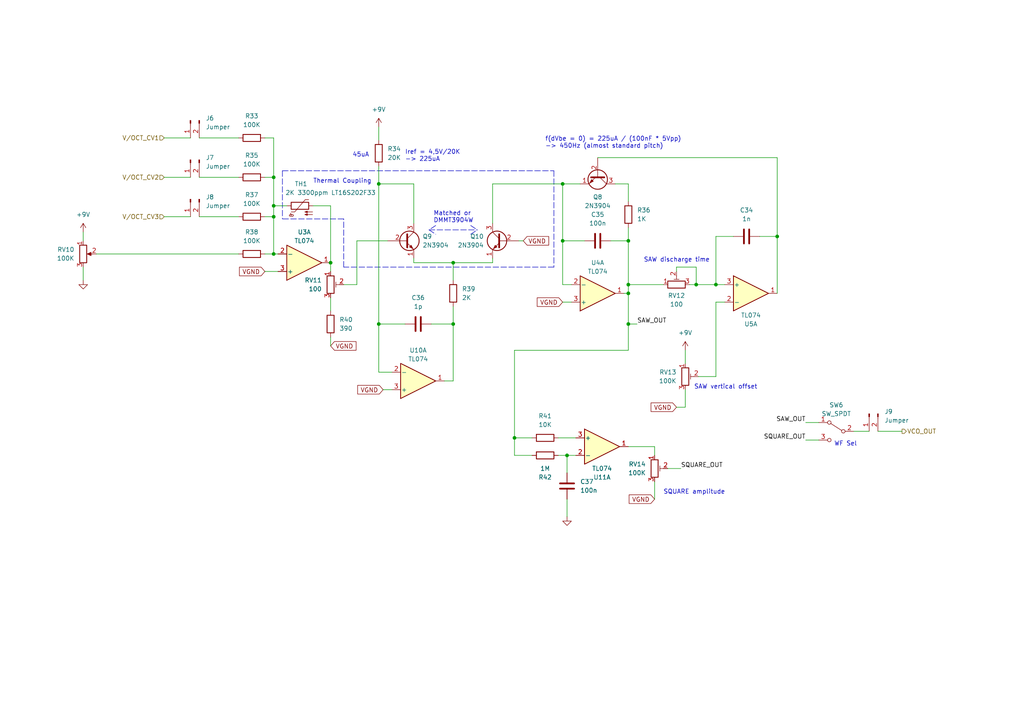
<source format=kicad_sch>
(kicad_sch (version 20211123) (generator eeschema)
  (paper "A4")
  (title_block (title "Liv Synth - VCO") (date "2022-07-18") (rev "${Version}") (company "SloBlo Labs"))
  (lib_symbols
    (symbol "Amplifier_Operational:TL074" (pin_names (offset 0.127))
      (property "Reference" "U" (at 0 5.08 0))
      (property "Value" "TL074" (at 0 -5.08 0))
      (symbol "TL074_1_1"
        (polyline (pts (xy -5.08 5.08) (xy 5.08 0) (xy -5.08 -5.08) (xy -5.08 5.08)) (stroke (width 0.254)) (fill (type background)))
        (pin output line (at 7.62 0 180) (length 2.54) (name "~") (number "1"))
        (pin input line (at -7.62 -2.54 0) (length 2.54) (name "-") (number "2"))
        (pin input line (at -7.62 2.54 0) (length 2.54) (name "+") (number "3"))
      )
      (symbol "TL074_2_1"
        (polyline (pts (xy -5.08 5.08) (xy 5.08 0) (xy -5.08 -5.08) (xy -5.08 5.08)) (stroke (width 0.254)) (fill (type background)))
        (pin input line (at -7.62 2.54 0) (length 2.54) (name "+") (number "5"))
        (pin input line (at -7.62 -2.54 0) (length 2.54) (name "-") (number "6"))
        (pin output line (at 7.62 0 180) (length 2.54) (name "~") (number "7"))
      )
      (symbol "TL074_3_1"
        (polyline (pts (xy -5.08 5.08) (xy 5.08 0) (xy -5.08 -5.08) (xy -5.08 5.08)) (stroke (width 0.254)) (fill (type background)))
        (pin input line (at -7.62 2.54 0) (length 2.54) (name "+") (number "10"))
        (pin output line (at 7.62 0 180) (length 2.54) (name "~") (number "8"))
        (pin input line (at -7.62 -2.54 0) (length 2.54) (name "-") (number "9"))
      )
      (symbol "TL074_4_1"
        (polyline (pts (xy -5.08 5.08) (xy 5.08 0) (xy -5.08 -5.08) (xy -5.08 5.08)) (stroke (width 0.254)) (fill (type background)))
        (pin input line (at -7.62 2.54 0) (length 2.54) (name "+") (number "12"))
        (pin input line (at -7.62 -2.54 0) (length 2.54) (name "-") (number "13"))
        (pin output line (at 7.62 0 180) (length 2.54) (name "~") (number "14"))
      )
      (symbol "TL074_5_1"
        (pin power_in line (at -2.54 -7.62 90) (length 3.81) (name "V-") (number "11"))
        (pin power_in line (at -2.54 7.62 270) (length 3.81) (name "V+") (number "4"))
      )
    )
    (symbol "Connector:Conn_01x02_Male" (pin_names (offset 1.016) hide)
      (property "Reference" "J" (at 0 2.54 0))
      (property "Value" "Conn_01x02_Male" (at 0 -5.08 0))
      (symbol "Conn_01x02_Male_1_1"
        (polyline (pts (xy 1.27 -2.54) (xy 0.8636 -2.54)) (stroke (width 0.1524)))
        (polyline (pts (xy 1.27 0) (xy 0.8636 0)) (stroke (width 0.1524)))
        (rectangle (start 0.8636 -2.413) (end 0 -2.667) (stroke (width 0.1524)) (fill (type outline)))
        (rectangle (start 0.8636 0.127) (end 0 -0.127) (stroke (width 0.1524)) (fill (type outline)))
        (pin passive line (at 5.08 0 180) (length 3.81) (name "Pin_1") (number "1"))
        (pin passive line (at 5.08 -2.54 180) (length 3.81) (name "Pin_2") (number "2"))
      )
    )
    (symbol "Device:C" (pin_numbers hide) (pin_names (offset 0.254))
      (property "Reference" "C" (at 0.635 2.54 0))
      (property "Value" "C" (at 0.635 -2.54 0))
      (symbol "C_0_1"
        (polyline (pts (xy -2.032 -0.762) (xy 2.032 -0.762)) (stroke (width 0.508)))
        (polyline (pts (xy -2.032 0.762) (xy 2.032 0.762)) (stroke (width 0.508)))
      )
      (symbol "C_1_1"
        (pin passive line (at 0 3.81 270) (length 2.794) (name "~") (number "1"))
        (pin passive line (at 0 -3.81 90) (length 2.794) (name "~") (number "2"))
      )
    )
    (symbol "Device:R" (pin_numbers hide) (pin_names (offset 0))
      (property "Reference" "R" (at 2.032 0 90))
      (property "Value" "R" (at 0 0 90))
      (symbol "R_0_1"
        (rectangle (start -1.016 -2.54) (end 1.016 2.54) (stroke (width 0.254)))
      )
      (symbol "R_1_1"
        (pin passive line (at 0 3.81 270) (length 1.27) (name "~") (number "1"))
        (pin passive line (at 0 -3.81 90) (length 1.27) (name "~") (number "2"))
      )
    )
    (symbol "Device:R_Potentiometer" (pin_names (offset 1.016) hide)
      (property "Reference" "RV" (at -4.445 0 90))
      (property "Value" "R_Potentiometer" (at -2.54 0 90))
      (symbol "R_Potentiometer_0_1"
        (polyline (pts (xy 2.54 0) (xy 1.524 0)))
        (polyline (pts (xy 1.143 0) (xy 2.286 0.508) (xy 2.286 -0.508) (xy 1.143 0)) (fill (type outline)))
        (rectangle (start 1.016 2.54) (end -1.016 -2.54) (stroke (width 0.254)))
      )
      (symbol "R_Potentiometer_1_1"
        (pin passive line (at 0 3.81 270) (length 1.27) (name "1") (number "1"))
        (pin passive line (at 3.81 0 180) (length 1.27) (name "2") (number "2"))
        (pin passive line (at 0 -3.81 90) (length 1.27) (name "3") (number "3"))
      )
    )
    (symbol "Device:R_Potentiometer_Trim" (pin_names (offset 1.016) hide)
      (property "Reference" "RV" (at -4.445 0 90))
      (property "Value" "R_Potentiometer_Trim" (at -2.54 0 90))
      (symbol "R_Potentiometer_Trim_0_1"
        (polyline (pts (xy 1.524 0.762) (xy 1.524 -0.762)))
        (polyline (pts (xy 2.54 0) (xy 1.524 0)))
        (rectangle (start 1.016 2.54) (end -1.016 -2.54) (stroke (width 0.254)))
      )
      (symbol "R_Potentiometer_Trim_1_1"
        (pin passive line (at 0 3.81 270) (length 1.27) (name "1") (number "1"))
        (pin passive line (at 3.81 0 180) (length 1.27) (name "2") (number "2"))
        (pin passive line (at 0 -3.81 90) (length 1.27) (name "3") (number "3"))
      )
    )
    (symbol "Device:Thermistor_PTC" (pin_numbers hide) (pin_names (offset 0))
      (property "Reference" "TH" (at -4.064 0 90))
      (property "Value" "Thermistor_PTC" (at 3.048 0 90))
      (symbol "Thermistor_PTC_0_1"
        (arc (start -3.048 2.159) (mid -3.0495 2.3143) (end -3.175 2.413))
        (arc (start -3.048 2.159) (mid -2.9736 1.9794) (end -2.794 1.905))
        (arc (start -3.048 2.794) (mid -2.9736 2.6144) (end -2.794 2.54))
        (arc (start -2.794 1.905) (mid -2.6144 1.9794) (end -2.54 2.159))
        (arc (start -2.794 2.54) (mid -2.4393 2.5587) (end -2.159 2.794))
        (arc (start -2.794 3.048) (mid -2.9736 2.9736) (end -3.048 2.794))
        (arc (start -2.54 2.794) (mid -2.6144 2.9736) (end -2.794 3.048))
        (rectangle (start -1.016 2.54) (end 1.016 -2.54) (stroke (width 0.254)))
        (polyline (pts (xy -2.54 2.159) (xy -2.54 2.794)))
        (polyline (pts (xy -1.778 2.54) (xy -1.778 1.524) (xy 1.778 -1.524) (xy 1.778 -2.54)))
        (polyline (pts (xy -2.54 -3.683) (xy -2.54 -1.397) (xy -2.794 -2.159) (xy -2.286 -2.159) (xy -2.54 -1.397) (xy -2.54 -1.651)) (fill (type outline)))
        (polyline (pts (xy -1.778 -3.683) (xy -1.778 -1.397) (xy -2.032 -2.159) (xy -1.524 -2.159) (xy -1.778 -1.397) (xy -1.778 -1.651)) (fill (type outline)))
      )
      (symbol "Thermistor_PTC_1_1"
        (pin passive line (at 0 3.81 270) (length 1.27) (name "~") (number "1"))
        (pin passive line (at 0 -3.81 90) (length 1.27) (name "~") (number "2"))
      )
    )
    (symbol "Switch:SW_SPDT" (pin_names (offset 0) hide)
      (property "Reference" "SW" (at 0 4.318 0))
      (property "Value" "SW_SPDT" (at 0 -5.08 0))
      (symbol "SW_SPDT_0_0"
        (circle (center -2.032 0) (radius 0.508))
        (circle (center 2.032 -2.54) (radius 0.508))
      )
      (symbol "SW_SPDT_0_1"
        (polyline (pts (xy -1.524 0.254) (xy 1.651 2.286)))
        (circle (center 2.032 2.54) (radius 0.508))
      )
      (symbol "SW_SPDT_1_1"
        (pin passive line (at 5.08 2.54 180) (length 2.54) (name "A") (number "1"))
        (pin passive line (at -5.08 0 0) (length 2.54) (name "B") (number "2"))
        (pin passive line (at 5.08 -2.54 180) (length 2.54) (name "C") (number "3"))
      )
    )
    (symbol "Transistor_BJT:2N3904" (pin_names (offset 0) hide)
      (property "Reference" "Q" (at 5.08 1.905 0))
      (property "Value" "2N3904" (at 5.08 0 0))
      (symbol "2N3904_0_1"
        (polyline (pts (xy 0.635 0.635) (xy 2.54 2.54)))
        (polyline (pts (xy 0.635 -0.635) (xy 2.54 -2.54) (xy 2.54 -2.54)))
        (polyline (pts (xy 0.635 1.905) (xy 0.635 -1.905) (xy 0.635 -1.905)) (stroke (width 0.508)))
        (polyline (pts (xy 1.27 -1.778) (xy 1.778 -1.27) (xy 2.286 -2.286) (xy 1.27 -1.778) (xy 1.27 -1.778)) (fill (type outline)))
        (circle (center 1.27 0) (radius 2.8194) (stroke (width 0.254)))
      )
      (symbol "2N3904_1_1"
        (pin passive line (at 2.54 -5.08 90) (length 2.54) (name "E") (number "1"))
        (pin passive line (at -5.08 0 0) (length 5.715) (name "B") (number "2"))
        (pin passive line (at 2.54 5.08 270) (length 2.54) (name "C") (number "3"))
      )
    )
    (symbol "power:+9V" (power) (pin_names (offset 0))
      (property "Value" "+9V" (at 0 3.556 0))
      (symbol "+9V_0_1"
        (polyline (pts (xy -0.762 1.27) (xy 0 2.54)))
        (polyline (pts (xy 0 0) (xy 0 2.54)))
        (polyline (pts (xy 0 2.54) (xy 0.762 1.27)))
      )
      (symbol "+9V_1_1"
        (pin power_in line (at 0 0 90) (length 0) hide (name "+9V") (number "1"))
      )
    )
    (symbol "power:GND" (power) (pin_names (offset 0))
      (property "Value" "GND" (at 0 -3.81 0))
      (symbol "GND_0_1"
        (polyline (pts (xy 0 0) (xy 0 -1.27) (xy 1.27 -1.27) (xy 0 -2.54) (xy -1.27 -1.27) (xy 0 -1.27)))
      )
      (symbol "GND_1_1"
        (pin power_in line (at 0 0 270) (length 0) hide (name "GND") (number "1"))
      )
    )
  )
  (junction (at 79.375 59.69))
  (junction (at 201.93 82.55))
  (junction (at 164.465 132.08))
  (junction (at 207.645 82.55))
  (junction (at 79.375 73.66))
  (junction (at 95.885 76.2))
  (junction (at 109.855 93.98))
  (junction (at 149.225 127))
  (junction (at 131.445 93.98))
  (junction (at 163.195 69.85))
  (junction (at 225.425 68.58))
  (junction (at 182.245 69.85))
  (junction (at 79.375 51.435))
  (junction (at 182.245 82.55))
  (junction (at 182.245 85.09))
  (junction (at 163.195 53.34))
  (junction (at 182.245 93.98))
  (junction (at 109.855 53.34))
  (junction (at 79.375 62.865))
  (junction (at 131.445 76.2))
  (wire (pts (xy 177.165 69.85) (xy 182.245 69.85)))
  (wire (pts (xy 79.375 73.66) (xy 80.645 73.66)))
  (polyline (pts (xy 81.915 49.53) (xy 160.655 49.53)))
  (wire (pts (xy 149.225 127) (xy 149.225 132.08)))
  (wire (pts (xy 109.855 36.83) (xy 109.855 40.64)))
  (wire (pts (xy 207.645 109.22) (xy 202.565 109.22)))
  (wire (pts (xy 178.435 53.34) (xy 182.245 53.34)))
  (wire (pts (xy 201.93 77.47) (xy 201.93 82.55)))
  (wire (pts (xy 196.215 118.11) (xy 198.755 118.11)))
  (wire (pts (xy 164.465 132.08) (xy 167.005 132.08)))
  (wire (pts (xy 163.195 82.55) (xy 165.735 82.55)))
  (wire (pts (xy 182.245 66.04) (xy 182.245 69.85)))
  (wire (pts (xy 149.225 101.6) (xy 182.245 101.6)))
  (wire (pts (xy 109.855 93.98) (xy 117.475 93.98)))
  (wire (pts (xy 207.645 68.58) (xy 207.645 82.55)))
  (wire (pts (xy 131.445 110.49) (xy 131.445 93.98)))
  (wire (pts (xy 163.195 82.55) (xy 163.195 69.85)))
  (wire (pts (xy 154.305 132.08) (xy 149.225 132.08)))
  (wire (pts (xy 95.885 97.79) (xy 95.885 100.33)))
  (wire (pts (xy 233.68 122.555) (xy 237.49 122.555)))
  (wire (pts (xy 193.675 135.89) (xy 197.485 135.89)))
  (wire (pts (xy 212.725 68.58) (xy 207.645 68.58)))
  (wire (pts (xy 76.835 73.66) (xy 79.375 73.66)))
  (wire (pts (xy 142.875 53.34) (xy 163.195 53.34)))
  (wire (pts (xy 109.855 48.26) (xy 109.855 53.34)))
  (wire (pts (xy 220.345 68.58) (xy 225.425 68.58)))
  (wire (pts (xy 57.785 51.435) (xy 69.215 51.435)))
  (wire (pts (xy 128.905 110.49) (xy 131.445 110.49)))
  (wire (pts (xy 120.015 53.34) (xy 120.015 64.77)))
  (wire (pts (xy 161.925 132.08) (xy 164.465 132.08)))
  (wire (pts (xy 198.755 118.11) (xy 198.755 113.03)))
  (wire (pts (xy 182.245 93.98) (xy 184.785 93.98)))
  (polyline (pts (xy 136.525 65.405) (xy 138.43 66.675)))
  (wire (pts (xy 103.505 69.85) (xy 103.505 82.55)))
  (wire (pts (xy 149.225 101.6) (xy 149.225 127)))
  (wire (pts (xy 173.355 45.72) (xy 225.425 45.72)))
  (wire (pts (xy 95.885 86.36) (xy 95.885 90.17)))
  (wire (pts (xy 47.625 40.005) (xy 55.245 40.005)))
  (wire (pts (xy 109.855 53.34) (xy 120.015 53.34)))
  (polyline (pts (xy 126.365 65.405) (xy 124.46 66.675)))
  (wire (pts (xy 207.645 87.63) (xy 207.645 109.22)))
  (wire (pts (xy 225.425 68.58) (xy 225.425 45.72)))
  (wire (pts (xy 164.465 144.78) (xy 164.465 149.86)))
  (wire (pts (xy 109.855 53.34) (xy 109.855 93.98)))
  (wire (pts (xy 120.015 76.2) (xy 131.445 76.2)))
  (wire (pts (xy 182.245 53.34) (xy 182.245 58.42)))
  (wire (pts (xy 210.185 87.63) (xy 207.645 87.63)))
  (wire (pts (xy 163.195 69.85) (xy 163.195 53.34)))
  (wire (pts (xy 182.245 85.09) (xy 180.975 85.09)))
  (wire (pts (xy 196.215 77.47) (xy 201.93 77.47)))
  (wire (pts (xy 109.855 93.98) (xy 109.855 107.95)))
  (wire (pts (xy 247.65 125.095) (xy 252.095 125.095)))
  (polyline (pts (xy 160.655 77.47) (xy 99.695 77.47)))
  (wire (pts (xy 76.835 51.435) (xy 79.375 51.435)))
  (wire (pts (xy 163.195 87.63) (xy 165.735 87.63)))
  (wire (pts (xy 47.625 62.865) (xy 55.245 62.865)))
  (wire (pts (xy 111.125 113.03) (xy 113.665 113.03)))
  (wire (pts (xy 79.375 51.435) (xy 79.375 59.69)))
  (wire (pts (xy 79.375 62.865) (xy 79.375 59.69)))
  (wire (pts (xy 182.245 69.85) (xy 182.245 82.55)))
  (polyline (pts (xy 160.655 49.53) (xy 160.655 77.47)))
  (wire (pts (xy 79.375 40.005) (xy 79.375 51.435)))
  (wire (pts (xy 182.245 129.54) (xy 189.865 129.54)))
  (wire (pts (xy 201.93 82.55) (xy 207.645 82.55)))
  (wire (pts (xy 207.645 82.55) (xy 210.185 82.55)))
  (polyline (pts (xy 99.695 77.47) (xy 99.695 63.5)))
  (polyline (pts (xy 124.46 66.675) (xy 126.365 67.945)))
  (wire (pts (xy 254.635 125.095) (xy 261.62 125.095)))
  (polyline (pts (xy 81.915 49.53) (xy 81.915 63.5)))
  (wire (pts (xy 150.495 69.85) (xy 151.765 69.85)))
  (wire (pts (xy 131.445 76.2) (xy 142.875 76.2)))
  (wire (pts (xy 120.015 74.93) (xy 120.015 76.2)))
  (wire (pts (xy 189.865 144.78) (xy 189.865 139.7)))
  (wire (pts (xy 57.785 62.865) (xy 69.215 62.865)))
  (wire (pts (xy 90.805 59.69) (xy 95.885 59.69)))
  (wire (pts (xy 196.215 78.74) (xy 196.215 77.47)))
  (wire (pts (xy 103.505 69.85) (xy 112.395 69.85)))
  (wire (pts (xy 182.245 82.55) (xy 182.245 85.09)))
  (wire (pts (xy 233.68 127.635) (xy 237.49 127.635)))
  (wire (pts (xy 24.13 69.85) (xy 24.13 67.31)))
  (wire (pts (xy 142.875 64.77) (xy 142.875 53.34)))
  (wire (pts (xy 163.195 69.85) (xy 169.545 69.85)))
  (wire (pts (xy 47.625 51.435) (xy 55.245 51.435)))
  (wire (pts (xy 95.885 76.2) (xy 95.885 78.74)))
  (wire (pts (xy 182.245 85.09) (xy 182.245 93.98)))
  (polyline (pts (xy 124.46 66.675) (xy 138.43 66.675)))
  (wire (pts (xy 27.94 73.66) (xy 69.215 73.66)))
  (wire (pts (xy 131.445 93.98) (xy 131.445 88.9)))
  (wire (pts (xy 154.305 127) (xy 149.225 127)))
  (wire (pts (xy 95.885 59.69) (xy 95.885 76.2)))
  (wire (pts (xy 125.095 93.98) (xy 131.445 93.98)))
  (wire (pts (xy 131.445 76.2) (xy 131.445 81.28)))
  (wire (pts (xy 57.785 40.005) (xy 69.215 40.005)))
  (polyline (pts (xy 136.525 67.945) (xy 138.43 66.675)))
  (wire (pts (xy 182.245 101.6) (xy 182.245 93.98)))
  (polyline (pts (xy 99.695 63.5) (xy 81.915 63.5)))
  (wire (pts (xy 99.695 82.55) (xy 103.505 82.55)))
  (wire (pts (xy 109.855 107.95) (xy 113.665 107.95)))
  (wire (pts (xy 76.835 62.865) (xy 79.375 62.865)))
  (wire (pts (xy 142.875 76.2) (xy 142.875 74.93)))
  (wire (pts (xy 198.755 101.6) (xy 198.755 105.41)))
  (wire (pts (xy 76.835 40.005) (xy 79.375 40.005)))
  (wire (pts (xy 189.865 129.54) (xy 189.865 132.08)))
  (wire (pts (xy 24.13 77.47) (xy 24.13 81.28)))
  (wire (pts (xy 161.925 127) (xy 167.005 127)))
  (wire (pts (xy 163.195 53.34) (xy 168.275 53.34)))
  (wire (pts (xy 164.465 132.08) (xy 164.465 137.16)))
  (wire (pts (xy 79.375 73.66) (xy 79.375 62.865)))
  (wire (pts (xy 76.835 78.74) (xy 80.645 78.74)))
  (wire (pts (xy 182.245 82.55) (xy 192.405 82.55)))
  (wire (pts (xy 200.025 82.55) (xy 201.93 82.55)))
  (wire (pts (xy 225.425 85.09) (xy 225.425 68.58)))
  (wire (pts (xy 79.375 59.69) (xy 83.185 59.69)))
  (text "f(dVbe = 0) = 225uA / (100nF * 5Vpp)\n-> 450Hz (almost standard pitch)" (at 158.115 43.18 0) (effects (font (size 1.27 1.27)) (justify left bottom)))
  (text "WF Sel" (at 241.935 129.54 0) (effects (font (size 1.27 1.27)) (justify left bottom)))
  (text "45uA" (at 102.235 45.72 0) (effects (font (size 1.27 1.27)) (justify left bottom)))
  (text "SAW discharge time" (at 186.69 76.2 0) (effects (font (size 1.27 1.27)) (justify left bottom)))
  (text "Iref = 4,5V/20K\n-> 225uA" (at 117.475 46.99 0) (effects (font (size 1.27 1.27)) (justify left bottom)))
  (text "Matched or\nDMMT3904W" (at 125.73 64.77 0) (effects (font (size 1.27 1.27)) (justify left bottom)))
  (text "SQUARE amplitude" (at 192.405 143.51 0) (effects (font (size 1.27 1.27)) (justify left bottom)))
  (text "Thermal Coupling" (at 90.805 53.34 0) (effects (font (size 1.27 1.27)) (justify left bottom)))
  (text "SAW vertical offset" (at 201.295 113.03 0) (effects (font (size 1.27 1.27)) (justify left bottom)))
  (label "SQUARE_OUT" (at 197.485 135.89 0))
  (label "SAW_OUT" (at 233.68 122.555 180))
  (label "SAW_OUT" (at 184.785 93.98 0))
  (label "SQUARE_OUT" (at 233.68 127.635 180))
  (global_label "VGND" (shape input) (at 151.765 69.85 0) (property "Intersheet References" "${INTERSHEET_REFS}" (effects hide)))
  (global_label "VGND" (shape input) (at 196.215 118.11 180) (property "Intersheet References" "${INTERSHEET_REFS}" (effects hide)))
  (global_label "VGND" (shape input) (at 163.195 87.63 180) (property "Intersheet References" "${INTERSHEET_REFS}" (effects hide)))
  (global_label "VGND" (shape input) (at 111.125 113.03 180) (property "Intersheet References" "${INTERSHEET_REFS}" (effects hide)))
  (global_label "VGND" (shape input) (at 95.885 100.33 0) (property "Intersheet References" "${INTERSHEET_REFS}" (effects hide)))
  (global_label "VGND" (shape input) (at 189.865 144.78 180) (property "Intersheet References" "${INTERSHEET_REFS}" (effects hide)))
  (global_label "VGND" (shape input) (at 76.835 78.74 180) (property "Intersheet References" "${INTERSHEET_REFS}" (effects hide)))
  (hierarchical_label "VCO_OUT" (shape output) (at 261.62 125.095 0))
  (hierarchical_label "V{slash}OCT_CV1" (shape input) (at 47.625 40.005 180))
  (hierarchical_label "V{slash}OCT_CV2" (shape input) (at 47.625 51.435 180))
  (hierarchical_label "V{slash}OCT_CV3" (shape input) (at 47.625 62.865 180))
  (symbol (lib_id "Device:R") (at 73.025 62.865 90) (unit 1)
    (property "Reference" "R37" (at 73.025 56.515 90))
    (property "Value" "100K" (at 73.025 59.055 90))
    (property "Footprint" "Resistor_THT:R_Axial_DIN0207_L6.3mm_D2.5mm_P7.62mm_Horizontal" (effects hide))
  )
  (symbol (lib_id "Connector:Conn_01x02_Male") (at 55.245 46.355 90) (mirror x) (unit 1)
    (property "Reference" "J7" (at 59.69 45.7199 90) (effects (justify right)))
    (property "Value" "Jumper" (at 59.69 48.2599 90) (effects (justify right)))
    (property "Footprint" "Connector_PinHeader_2.54mm:PinHeader_1x02_P2.54mm_Vertical" (effects hide))
  )
  (symbol (lib_id "Device:R") (at 182.245 62.23 0) (unit 1)
    (property "Reference" "R36" (at 184.785 60.9599 0) (effects (justify left)))
    (property "Value" "1K" (at 184.785 63.4999 0) (effects (justify left)))
    (property "Footprint" "Resistor_THT:R_Axial_DIN0207_L6.3mm_D2.5mm_P7.62mm_Horizontal" (effects hide))
  )
  (symbol (lib_id "power:+9V") (at 109.855 36.83 0) (unit 1)
    (property "Reference" "#PWR046" (effects hide))
    (property "Value" "+9V" (at 109.855 31.75 0))
  )
  (symbol (lib_id "Amplifier_Operational:TL074") (at 88.265 76.2 0) (mirror x) (unit 1)
    (property "Reference" "U3" (at 88.265 67.31 0))
    (property "Value" "TL074" (at 88.265 69.85 0))
    (property "Datasheet" "http://www.ti.com/lit/ds/symlink/tl071.pdf" (effects hide))
  )
  (symbol (lib_id "Device:R") (at 158.115 132.08 90) (mirror x) (unit 1)
    (property "Reference" "R42" (at 158.115 138.43 90))
    (property "Value" "1M" (at 158.115 135.89 90))
    (property "Footprint" "Resistor_THT:R_Axial_DIN0207_L6.3mm_D2.5mm_P7.62mm_Horizontal" (effects hide))
  )
  (symbol (lib_id "Device:R") (at 131.445 85.09 0) (unit 1)
    (property "Reference" "R39" (at 133.985 83.8199 0) (effects (justify left)))
    (property "Value" "2K" (at 133.985 86.3599 0) (effects (justify left)))
    (property "Footprint" "Resistor_THT:R_Axial_DIN0207_L6.3mm_D2.5mm_P7.62mm_Horizontal" (effects hide))
  )
  (symbol (lib_id "Device:C") (at 121.285 93.98 90) (unit 1)
    (property "Reference" "C36" (at 121.285 86.36 90))
    (property "Value" "1p" (at 121.285 88.9 90))
    (property "Footprint" "Capacitor_THT:C_Disc_D3.0mm_W1.6mm_P2.50mm" (effects hide))
  )
  (symbol (lib_id "Device:C") (at 164.465 140.97 180) (unit 1)
    (property "Reference" "C37" (at 168.275 139.6999 0) (effects (justify right)))
    (property "Value" "100n" (at 168.275 142.2399 0) (effects (justify right)))
    (property "Footprint" "Capacitor_THT:C_Disc_D3.0mm_W1.6mm_P2.50mm" (effects hide))
  )
  (symbol (lib_id "power:+9V") (at 24.13 67.31 0) (unit 1)
    (property "Reference" "#PWR047" (effects hide))
    (property "Value" "+9V" (at 24.13 62.23 0))
  )
  (symbol (lib_id "power:GND") (at 24.13 81.28 0) (unit 1)
    (property "Reference" "#PWR048" (effects hide))
    (property "Value" "GND" (effects hide))
  )
  (symbol (lib_id "Amplifier_Operational:TL074") (at 174.625 129.54 0) (unit 1)
    (property "Reference" "U11" (at 174.625 138.43 0))
    (property "Value" "TL074" (at 174.625 135.89 0))
    (property "Datasheet" "http://www.ti.com/lit/ds/symlink/tl071.pdf" (effects hide))
  )
  (symbol (lib_id "Device:R") (at 73.025 51.435 90) (unit 1)
    (property "Reference" "R35" (at 73.025 45.085 90))
    (property "Value" "100K" (at 73.025 47.625 90))
    (property "Footprint" "Resistor_THT:R_Axial_DIN0207_L6.3mm_D2.5mm_P7.62mm_Horizontal" (effects hide))
  )
  (symbol (lib_id "Device:R_Potentiometer_Trim") (at 198.755 109.22 0) (unit 1)
    (property "Reference" "RV13" (at 196.215 107.9499 0) (effects (justify right)))
    (property "Value" "100K" (at 196.215 110.4899 0) (effects (justify right)))
  )
  (symbol (lib_id "power:GND") (at 164.465 149.86 0) (unit 1)
    (property "Reference" "#PWR050" (effects hide))
    (property "Value" "GND" (effects hide))
  )
  (symbol (lib_id "Device:R_Potentiometer") (at 24.13 73.66 0) (unit 1)
    (property "Reference" "RV10" (at 21.59 72.3899 0) (effects (justify right)))
    (property "Value" "100K" (at 21.59 74.9299 0) (effects (justify right)))
  )
  (symbol (lib_id "Transistor_BJT:2N3904") (at 145.415 69.85 0) (mirror y) (unit 1)
    (property "Reference" "Q10" (at 140.335 68.5799 0) (effects (justify left)))
    (property "Value" "2N3904" (at 140.335 71.1199 0) (effects (justify left)))
    (property "Footprint" "Package_TO_SOT_THT:TO-92_Inline" (effects hide))
    (property "Datasheet" "https://www.onsemi.com/pub/Collateral/2N3903-D.PDF" (effects hide))
  )
  (symbol (lib_id "Device:R_Potentiometer_Trim") (at 95.885 82.55 0) (unit 1)
    (property "Reference" "RV11" (at 93.345 81.2799 0) (effects (justify right)))
    (property "Value" "100" (at 93.345 83.8199 0) (effects (justify right)))
  )
  (symbol (lib_id "Device:R") (at 73.025 73.66 90) (unit 1)
    (property "Reference" "R38" (at 73.025 67.31 90))
    (property "Value" "100K" (at 73.025 69.85 90))
    (property "Footprint" "Resistor_THT:R_Axial_DIN0207_L6.3mm_D2.5mm_P7.62mm_Horizontal" (effects hide))
  )
  (symbol (lib_id "Device:C") (at 173.355 69.85 90) (unit 1)
    (property "Reference" "C35" (at 173.355 62.23 90))
    (property "Value" "100n" (at 173.355 64.77 90))
    (property "Footprint" "Capacitor_THT:C_Disc_D3.0mm_W1.6mm_P2.50mm" (effects hide))
  )
  (symbol (lib_id "Transistor_BJT:2N3904") (at 173.355 50.8 270) (unit 1)
    (property "Reference" "Q8" (at 173.355 57.15 90))
    (property "Value" "2N3904" (at 173.355 59.69 90))
    (property "Footprint" "Package_TO_SOT_THT:TO-92_Inline" (effects hide))
    (property "Datasheet" "https://www.onsemi.com/pub/Collateral/2N3903-D.PDF" (effects hide))
  )
  (symbol (lib_id "Connector:Conn_01x02_Male") (at 55.245 57.785 90) (mirror x) (unit 1)
    (property "Reference" "J8" (at 59.69 57.1499 90) (effects (justify right)))
    (property "Value" "Jumper" (at 59.69 59.6899 90) (effects (justify right)))
    (property "Footprint" "Connector_PinHeader_2.54mm:PinHeader_1x02_P2.54mm_Vertical" (effects hide))
  )
  (symbol (lib_id "Amplifier_Operational:TL074") (at 121.285 110.49 0) (mirror x) (unit 1)
    (property "Reference" "U10" (at 121.285 101.6 0))
    (property "Value" "TL074" (at 121.285 104.14 0))
    (property "Datasheet" "http://www.ti.com/lit/ds/symlink/tl071.pdf" (effects hide))
  )
  (symbol (lib_id "Device:R_Potentiometer_Trim") (at 196.215 82.55 90) (unit 1)
    (property "Reference" "RV12" (at 196.215 85.725 90))
    (property "Value" "100" (at 196.215 88.265 90))
  )
  (symbol (lib_id "power:+9V") (at 198.755 101.6 0) (unit 1)
    (property "Reference" "#PWR049" (effects hide))
    (property "Value" "+9V" (at 198.755 96.52 0))
  )
  (symbol (lib_id "Device:C") (at 216.535 68.58 90) (unit 1)
    (property "Reference" "C34" (at 216.535 60.96 90))
    (property "Value" "1n" (at 216.535 63.5 90))
    (property "Footprint" "Capacitor_THT:C_Disc_D3.0mm_W1.6mm_P2.50mm" (effects hide))
  )
  (symbol (lib_id "Device:Thermistor_PTC") (at 86.995 59.69 90) (unit 1)
    (property "Reference" "TH1" (at 87.3125 53.34 90))
    (property "Value" "2K 3300ppm LT16S202F33" (at 95.885 55.88 90))
    (property "Datasheet" "https://www.thonk.co.uk/wp-content/uploads/Documents/Datasheets/Tempco/Akaneohm_Tempco.pdf" (effects hide))
  )
  (symbol (lib_id "Amplifier_Operational:TL074") (at 217.805 85.09 0) (unit 1)
    (property "Reference" "U5" (at 217.805 93.98 0))
    (property "Value" "TL074" (at 217.805 91.44 0))
    (property "Datasheet" "http://www.ti.com/lit/ds/symlink/tl071.pdf" (effects hide))
  )
  (symbol (lib_id "Connector:Conn_01x02_Male") (at 55.245 34.925 90) (mirror x) (unit 1)
    (property "Reference" "J6" (at 59.69 34.2899 90) (effects (justify right)))
    (property "Value" "Jumper" (at 59.69 36.8299 90) (effects (justify right)))
    (property "Footprint" "Connector_PinHeader_2.54mm:PinHeader_1x02_P2.54mm_Vertical" (effects hide))
  )
  (symbol (lib_id "Switch:SW_SPDT") (at 242.57 125.095 0) (mirror y) (unit 1)
    (property "Reference" "SW6" (at 242.57 117.475 0))
    (property "Value" "SW_SPDT" (at 242.57 120.015 0))
  )
  (symbol (lib_id "Device:R") (at 73.025 40.005 90) (unit 1)
    (property "Reference" "R33" (at 73.025 33.655 90))
    (property "Value" "100K" (at 73.025 36.195 90))
    (property "Footprint" "Resistor_THT:R_Axial_DIN0207_L6.3mm_D2.5mm_P7.62mm_Horizontal" (effects hide))
  )
  (symbol (lib_id "Device:R") (at 158.115 127 90) (unit 1)
    (property "Reference" "R41" (at 158.115 120.65 90))
    (property "Value" "10K" (at 158.115 123.19 90))
    (property "Footprint" "Resistor_THT:R_Axial_DIN0207_L6.3mm_D2.5mm_P7.62mm_Horizontal" (effects hide))
  )
  (symbol (lib_id "Transistor_BJT:2N3904") (at 117.475 69.85 0) (unit 1)
    (property "Reference" "Q9" (at 122.555 68.5799 0) (effects (justify left)))
    (property "Value" "2N3904" (at 122.555 71.1199 0) (effects (justify left)))
    (property "Footprint" "Package_TO_SOT_THT:TO-92_Inline" (effects hide))
    (property "Datasheet" "https://www.onsemi.com/pub/Collateral/2N3903-D.PDF" (effects hide))
  )
  (symbol (lib_id "Device:R") (at 95.885 93.98 0) (unit 1)
    (property "Reference" "R40" (at 98.425 92.7099 0) (effects (justify left)))
    (property "Value" "390" (at 98.425 95.2499 0) (effects (justify left)))
    (property "Footprint" "Resistor_THT:R_Axial_DIN0207_L6.3mm_D2.5mm_P7.62mm_Horizontal" (effects hide))
  )
  (symbol (lib_id "Device:R") (at 109.855 44.45 0) (unit 1)
    (property "Reference" "R34" (at 112.395 43.1799 0) (effects (justify left)))
    (property "Value" "20K" (at 112.395 45.72 0) (effects (justify left)))
    (property "Footprint" "Resistor_THT:R_Axial_DIN0207_L6.3mm_D2.5mm_P7.62mm_Horizontal" (effects hide))
  )
  (symbol (lib_id "Amplifier_Operational:TL074") (at 173.355 85.09 0) (mirror x) (unit 1)
    (property "Reference" "U4" (at 173.355 76.2 0))
    (property "Value" "TL074" (at 173.355 78.74 0))
    (property "Datasheet" "http://www.ti.com/lit/ds/symlink/tl071.pdf" (effects hide))
  )
  (symbol (lib_id "Connector:Conn_01x02_Male") (at 252.095 120.015 90) (mirror x) (unit 1)
    (property "Reference" "J9" (at 256.54 119.3799 90) (effects (justify right)))
    (property "Value" "Jumper" (at 256.54 121.9199 90) (effects (justify right)))
    (property "Footprint" "Connector_PinHeader_2.54mm:PinHeader_1x02_P2.54mm_Vertical" (effects hide))
  )
  (symbol (lib_id "Device:R_Potentiometer_Trim") (at 189.865 135.89 0) (unit 1)
    (property "Reference" "RV14" (at 187.325 134.6199 0) (effects (justify right)))
    (property "Value" "100K" (at 187.325 137.1599 0) (effects (justify right)))
  )
)
</source>
